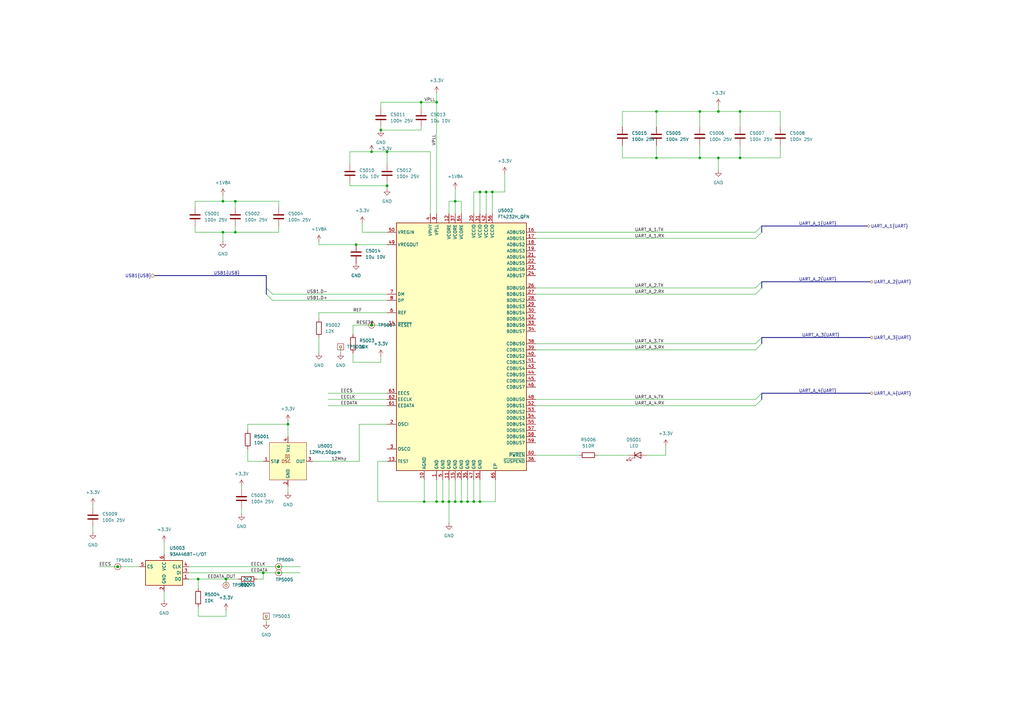
<source format=kicad_sch>
(kicad_sch (version 20231120) (generator "eeschema") (generator_version "8.0")
  (paper "A3")
  (lib_symbols
    (symbol "Device:LED" (pin_numbers hide) (pin_names (offset 1.016) hide)
      (property "Reference" "D" (at 0 2.54 0))
      (property "Value" "LED" (at 0 -2.54 0))
      (symbol "LED_0_1"
        (polyline (pts (xy -1.27 -1.27) (xy -1.27 1.27)) (stroke (width 0.254)))
        (polyline (pts (xy -1.27 0) (xy 1.27 0)))
        (polyline (pts (xy 1.27 -1.27) (xy 1.27 1.27) (xy -1.27 0) (xy 1.27 -1.27)) (stroke (width 0.254)))
        (polyline (pts (xy -3.048 -0.762) (xy -4.572 -2.286) (xy -3.81 -2.286) (xy -4.572 -2.286) (xy -4.572 -1.524)))
        (polyline (pts (xy -1.778 -0.762) (xy -3.302 -2.286) (xy -2.54 -2.286) (xy -3.302 -2.286) (xy -3.302 -1.524)))
      )
      (symbol "LED_1_1"
        (pin passive line (at -3.81 0 0) (length 2.54) (name "K") (number "1"))
        (pin passive line (at 3.81 0 180) (length 2.54) (name "A") (number "2"))
      )
    )
    (symbol "bt_capacitor:C;M;100n;10p;25V;S;0603" (pin_numbers hide) (pin_names (offset 0.254))
      (property "Reference" "C" (at 0.635 2.54 0))
      (property "Value" "100n 25V" (at 4.635 -2.54 0))
      (symbol "C;M;100n;10p;25V;S;0603_0_1"
        (polyline (pts (xy -2.032 -0.762) (xy 2.032 -0.762)) (stroke (width 0.508)))
        (polyline (pts (xy -2.032 0.762) (xy 2.032 0.762)) (stroke (width 0.508)))
      )
      (symbol "C;M;100n;10p;25V;S;0603_1_1"
        (pin passive line (at 0 3.81 270) (length 2.794) (name "~") (number "1"))
        (pin passive line (at 0 -3.81 90) (length 2.794) (name "~") (number "2"))
      )
    )
    (symbol "bt_capacitor:C;M;10u;10p;10V;S;0603" (pin_numbers hide) (pin_names (offset 0.254))
      (property "Reference" "C" (at 0.635 2.54 0))
      (property "Value" "10u 10V" (at 4.635 -2.54 0))
      (symbol "C;M;10u;10p;10V;S;0603_0_1"
        (polyline (pts (xy -2.032 -0.762) (xy 2.032 -0.762)) (stroke (width 0.508)))
        (polyline (pts (xy -2.032 0.762) (xy 2.032 0.762)) (stroke (width 0.508)))
      )
      (symbol "C;M;10u;10p;10V;S;0603_1_1"
        (pin passive line (at 0 3.81 270) (length 2.794) (name "~") (number "1"))
        (pin passive line (at 0 -3.81 90) (length 2.794) (name "~") (number "2"))
      )
    )
    (symbol "bt_communication:FT4232H_QFN"
      (property "Reference" "U" (at -26.67 53.34 0))
      (property "Value" "FT4232H_QFN" (at 19.05 53.34 0))
      (symbol "FT4232H_QFN_0_1"
        (rectangle (start -26.67 -49.53) (end 26.67 52.07) (stroke (width 0.254)) (fill (type background)))
      )
      (symbol "FT4232H_QFN_1_1"
        (pin power_in line (at -10.16 -53.34 90) (length 3.81) (name "GND") (number "1"))
        (pin power_in line (at -15.24 -53.34 90) (length 3.81) (name "AGND") (number "10"))
        (pin power_in line (at -5.08 -53.34 90) (length 3.81) (name "GND") (number "11"))
        (pin power_in line (at -5.08 55.88 270) (length 3.81) (name "VCORE") (number "12"))
        (pin input line (at -30.48 -45.72 0) (length 3.81) (name "TEST") (number "13"))
        (pin input line (at -30.48 10.16 0) (length 3.81) (name "~{RESET}") (number "14"))
        (pin power_in line (at -2.54 -53.34 90) (length 3.81) (name "GND") (number "15"))
        (pin bidirectional line (at 30.48 48.26 180) (length 3.81) (name "ADBUS0") (number "16"))
        (pin bidirectional line (at 30.48 45.72 180) (length 3.81) (name "ADBUS1") (number "17"))
        (pin bidirectional line (at 30.48 43.18 180) (length 3.81) (name "ADBUS2") (number "18"))
        (pin bidirectional line (at 30.48 40.64 180) (length 3.81) (name "ADBUS3") (number "19"))
        (pin input line (at -30.48 -30.48 0) (length 3.81) (name "OSCI") (number "2"))
        (pin power_in line (at 5.08 55.88 270) (length 3.81) (name "VCCIO") (number "20"))
        (pin bidirectional line (at 30.48 38.1 180) (length 3.81) (name "ADBUS4") (number "21"))
        (pin bidirectional line (at 30.48 35.56 180) (length 3.81) (name "ADBUS5") (number "22"))
        (pin bidirectional line (at 30.48 33.02 180) (length 3.81) (name "ADBUS6") (number "23"))
        (pin bidirectional line (at 30.48 30.48 180) (length 3.81) (name "ADBUS7") (number "24"))
        (pin power_in line (at 0 -53.34 90) (length 3.81) (name "GND") (number "25"))
        (pin bidirectional line (at 30.48 25.4 180) (length 3.81) (name "BDBUS0") (number "26"))
        (pin bidirectional line (at 30.48 22.86 180) (length 3.81) (name "BDBUS1") (number "27"))
        (pin bidirectional line (at 30.48 20.32 180) (length 3.81) (name "BDBUS2") (number "28"))
        (pin bidirectional line (at 30.48 17.78 180) (length 3.81) (name "BDBUS3") (number "29"))
        (pin output line (at -30.48 -40.64 0) (length 3.81) (name "OSCO") (number "3"))
        (pin bidirectional line (at 30.48 15.24 180) (length 3.81) (name "BDBUS4") (number "30"))
        (pin power_in line (at 7.62 55.88 270) (length 3.81) (name "VCCIO") (number "31"))
        (pin bidirectional line (at 30.48 12.7 180) (length 3.81) (name "BDBUS5") (number "32"))
        (pin bidirectional line (at 30.48 10.16 180) (length 3.81) (name "BDBUS6") (number "33"))
        (pin bidirectional line (at 30.48 7.62 180) (length 3.81) (name "BDBUS7") (number "34"))
        (pin power_in line (at 2.54 -53.34 90) (length 3.81) (name "GND") (number "35"))
        (pin output line (at 30.48 -45.72 180) (length 3.81) (name "~{SUSPEND}") (number "36"))
        (pin power_in line (at -2.54 55.88 270) (length 3.81) (name "VCORE") (number "37"))
        (pin bidirectional line (at 30.48 2.54 180) (length 3.81) (name "CDBUS0") (number "38"))
        (pin bidirectional line (at 30.48 0 180) (length 3.81) (name "CDBUS1") (number "39"))
        (pin power_in line (at -12.7 55.88 270) (length 3.81) (name "VPHY") (number "4"))
        (pin bidirectional line (at 30.48 -2.54 180) (length 3.81) (name "CDBUS2") (number "40"))
        (pin bidirectional line (at 30.48 -5.08 180) (length 3.81) (name "CDBUS3") (number "41"))
        (pin power_in line (at 10.16 55.88 270) (length 3.81) (name "VCCIO") (number "42"))
        (pin bidirectional line (at 30.48 -7.62 180) (length 3.81) (name "CDBUS4") (number "43"))
        (pin bidirectional line (at 30.48 -10.16 180) (length 3.81) (name "CDBUS5") (number "44"))
        (pin bidirectional line (at 30.48 -12.7 180) (length 3.81) (name "CDBUS6") (number "45"))
        (pin bidirectional line (at 30.48 -15.24 180) (length 3.81) (name "CDBUS7") (number "46"))
        (pin power_in line (at 5.08 -53.34 90) (length 3.81) (name "GND") (number "47"))
        (pin bidirectional line (at 30.48 -20.32 180) (length 3.81) (name "DDBUS0") (number "48"))
        (pin power_out line (at -30.48 43.18 0) (length 3.81) (name "VREGOUT") (number "49"))
        (pin power_in line (at -7.62 -53.34 90) (length 3.81) (name "GND") (number "5"))
        (pin power_in line (at -30.48 48.26 0) (length 3.81) (name "VREGIN") (number "50"))
        (pin power_in line (at 7.62 -53.34 90) (length 3.81) (name "GND") (number "51"))
        (pin bidirectional line (at 30.48 -22.86 180) (length 3.81) (name "DDBUS1") (number "52"))
        (pin bidirectional line (at 30.48 -25.4 180) (length 3.81) (name "DDBUS2") (number "53"))
        (pin bidirectional line (at 30.48 -27.94 180) (length 3.81) (name "DDBUS3") (number "54"))
        (pin bidirectional line (at 30.48 -30.48 180) (length 3.81) (name "DDBUS4") (number "55"))
        (pin power_in line (at 12.7 55.88 270) (length 3.81) (name "VCCIO") (number "56"))
        (pin bidirectional line (at 30.48 -33.02 180) (length 3.81) (name "DDBUS5") (number "57"))
        (pin bidirectional line (at 30.48 -35.56 180) (length 3.81) (name "DDBUS6") (number "58"))
        (pin bidirectional line (at 30.48 -38.1 180) (length 3.81) (name "DDBUS7") (number "59"))
        (pin input line (at -30.48 15.24 0) (length 3.81) (name "REF") (number "6"))
        (pin output line (at 30.48 -43.18 180) (length 3.81) (name "~{PWREN}") (number "60"))
        (pin bidirectional line (at -30.48 -22.86 0) (length 3.81) (name "EEDATA") (number "61"))
        (pin output line (at -30.48 -20.32 0) (length 3.81) (name "EECLK") (number "62"))
        (pin output line (at -30.48 -17.78 0) (length 3.81) (name "EECS") (number "63"))
        (pin power_in line (at 0 55.88 270) (length 3.81) (name "VCORE") (number "64"))
        (pin power_in line (at 13.97 -53.34 90) (length 3.81) (name "EP") (number "65"))
        (pin bidirectional line (at -30.48 22.86 0) (length 3.81) (name "DM") (number "7"))
        (pin bidirectional line (at -30.48 20.32 0) (length 3.81) (name "DP") (number "8"))
        (pin power_in line (at -10.16 55.88 270) (length 3.81) (name "VPLL") (number "9"))
      )
    )
    (symbol "bt_memory:93AA46BT-I/OT"
      (property "Reference" "U" (at -6.35 6.35 0))
      (property "Value" "93AA46BT-I/OT" (at 7.62 -6.35 0))
      (symbol "93AA46BT-I/OT_0_1"
        (rectangle (start -7.62 5.08) (end 7.62 -5.08) (stroke (width 0.254)) (fill (type background)))
      )
      (symbol "93AA46BT-I/OT_1_1"
        (pin tri_state line (at 10.16 -2.54 180) (length 2.54) (name "DO") (number "1"))
        (pin power_in line (at 0 -7.62 90) (length 2.54) (name "GND") (number "2"))
        (pin input line (at 10.16 0 180) (length 2.54) (name "DI") (number "3"))
        (pin input line (at 10.16 2.54 180) (length 2.54) (name "CLK") (number "4"))
        (pin input line (at -10.16 2.54 0) (length 2.54) (name "CS") (number "5"))
        (pin power_in line (at 0 7.62 270) (length 2.54) (name "VCC") (number "6"))
      )
    )
    (symbol "bt_misc:TestPoint_SQU" (pin_numbers hide) (pin_names (offset 0.762) hide)
      (property "Reference" "TP" (at 0 3.81 0))
      (symbol "TestPoint_SQU_0_1"
        (rectangle (start -1.27 1.27) (end 1.27 -1.27))
        (circle (center 0 0) (radius 0.508) (fill (type background)))
      )
      (symbol "TestPoint_SQU_1_1"
        (pin passive line (at 0 0 90) (length 0) (name "1") (number "1"))
      )
    )
    (symbol "bt_misc:TestPoint_THD" (pin_numbers hide) (pin_names (offset 0.762) hide)
      (property "Reference" "TP" (at 0 3.81 0))
      (symbol "TestPoint_THD_0_1"
        (circle (center 0 0) (radius 0.508) (fill (type background)))
        (circle (center 0 0) (radius 1.27))
      )
      (symbol "TestPoint_THD_1_1"
        (pin passive line (at 0 0 90) (length 0) (name "1") (number "1"))
      )
    )
    (symbol "bt_oscillator:OSC;12Mhz;50ppm;3v3;SG3225CAN"
      (property "Reference" "U" (at 0.762 1.27 0))
      (property "Value" "12Mhz,50ppm" (at 14.986 1.27 0))
      (symbol "OSC;12Mhz;50ppm;3v3;SG3225CAN_0_0"
        (pin input line (at -2.54 -7.62 0) (length 2.54) (name "ST#") (number "1"))
      )
      (symbol "OSC;12Mhz;50ppm;3v3;SG3225CAN_0_1"
        (polyline (pts (xy 6.35 -6.35) (xy 6.604 -6.35) (xy 6.604 -4.826) (xy 7.112 -4.826) (xy 7.112 -6.35) (xy 7.62 -6.35) (xy 7.62 -4.826) (xy 8.128 -4.826) (xy 8.128 -6.35) (xy 8.382 -6.35)))
        (rectangle (start 0 0) (end 15.24 -15.24) (fill (type background)))
      )
      (symbol "OSC;12Mhz;50ppm;3v3;SG3225CAN_1_0"
        (pin input line (at 7.62 -17.78 90) (length 2.54) (name "GND") (number "2"))
        (pin output line (at 17.78 -7.62 180) (length 2.54) (name "OUT") (number "3"))
        (pin power_in line (at 7.62 2.54 270) (length 2.54) (name "Vcc") (number "4"))
      )
      (symbol "OSC;12Mhz;50ppm;3v3;SG3225CAN_1_1"
        (text "OSC" (at 6.858 -7.62 0) (effects (font (size 1.27 1.27))))
      )
    )
    (symbol "bt_resistors:R;G;10K;10P0;S;0603" (pin_numbers hide) (pin_names (offset 0))
      (property "Reference" "R" (at 2.032 0 90))
      (property "Value" "10K" (at 0 0 90))
      (symbol "R;G;10K;10P0;S;0603_0_1"
        (rectangle (start -1.016 -2.54) (end 1.016 2.54) (stroke (width 0.254)))
      )
      (symbol "R;G;10K;10P0;S;0603_1_1"
        (pin passive line (at 0 3.81 270) (length 1.27) (name "~") (number "1"))
        (pin passive line (at 0 -3.81 90) (length 1.27) (name "~") (number "2"))
      )
    )
    (symbol "bt_resistors:R;G;12K;10P0;S;0603" (pin_numbers hide) (pin_names (offset 0))
      (property "Reference" "R" (at 2.032 0 90))
      (property "Value" "12K" (at 0 0 90))
      (symbol "R;G;12K;10P0;S;0603_0_1"
        (rectangle (start -1.016 -2.54) (end 1.016 2.54) (stroke (width 0.254)))
      )
      (symbol "R;G;12K;10P0;S;0603_1_1"
        (pin passive line (at 0 3.81 270) (length 1.27) (name "~") (number "1"))
        (pin passive line (at 0 -3.81 90) (length 1.27) (name "~") (number "2"))
      )
    )
    (symbol "bt_resistors:R;G;2K2;10P0;S;0603" (pin_numbers hide) (pin_names (offset 0))
      (property "Reference" "R" (at 2.032 0 90))
      (property "Value" "2K2" (at 0 0 90))
      (symbol "R;G;2K2;10P0;S;0603_0_1"
        (rectangle (start -1.016 -2.54) (end 1.016 2.54) (stroke (width 0.254)))
      )
      (symbol "R;G;2K2;10P0;S;0603_1_1"
        (pin passive line (at 0 3.81 270) (length 1.27) (name "~") (number "1"))
        (pin passive line (at 0 -3.81 90) (length 1.27) (name "~") (number "2"))
      )
    )
    (symbol "bt_resistors:R;G;510R;10P0;S;0603" (pin_numbers hide) (pin_names (offset 0))
      (property "Reference" "R" (at 2.032 0 90))
      (property "Value" "510R" (at 0 0 90))
      (symbol "R;G;510R;10P0;S;0603_0_1"
        (rectangle (start -1.016 -2.54) (end 1.016 2.54) (stroke (width 0.254)))
      )
      (symbol "R;G;510R;10P0;S;0603_1_1"
        (pin passive line (at 0 3.81 270) (length 1.27) (name "~") (number "1"))
        (pin passive line (at 0 -3.81 90) (length 1.27) (name "~") (number "2"))
      )
    )
    (symbol "power:+1V8" (power) (pin_numbers hide) (pin_names (offset 0) hide)
      (property "Value" "+1V8" (at 0 3.556 0))
      (symbol "+1V8_0_1"
        (polyline (pts (xy -0.762 1.27) (xy 0 2.54)))
        (polyline (pts (xy 0 0) (xy 0 2.54)))
        (polyline (pts (xy 0 2.54) (xy 0.762 1.27)))
      )
      (symbol "+1V8_1_1"
        (pin power_in line (at 0 0 90) (length 0) (name "~") (number "1"))
      )
    )
    (symbol "power:+3.3V" (power) (pin_numbers hide) (pin_names (offset 0) hide)
      (property "Value" "+3.3V" (at 0 3.556 0))
      (symbol "+3.3V_0_1"
        (polyline (pts (xy -0.762 1.27) (xy 0 2.54)))
        (polyline (pts (xy 0 0) (xy 0 2.54)))
        (polyline (pts (xy 0 2.54) (xy 0.762 1.27)))
      )
      (symbol "+3.3V_1_1"
        (pin power_in line (at 0 0 90) (length 0) (name "~") (number "1"))
      )
    )
    (symbol "power:GND" (power) (pin_numbers hide) (pin_names (offset 0) hide)
      (property "Value" "GND" (at 0 -3.81 0))
      (symbol "GND_0_1"
        (polyline (pts (xy 0 0) (xy 0 -1.27) (xy 1.27 -1.27) (xy 0 -2.54) (xy -1.27 -1.27) (xy 0 -1.27)))
      )
      (symbol "GND_1_1"
        (pin power_in line (at 0 0 270) (length 0) (name "~") (number "1"))
      )
    )
  )
  (bus_alias "UART" (members "RX" "TX"))
  (junction (at 156.21 53.34))
  (junction (at 294.64 64.77))
  (junction (at 191.77 205.74))
  (junction (at 91.44 95.25))
  (junction (at 152.4 133.35))
  (junction (at 179.07 205.74))
  (junction (at 146.05 100.33))
  (junction (at 194.31 205.74))
  (junction (at 196.85 205.74))
  (junction (at 96.52 82.55))
  (junction (at 189.23 205.74))
  (junction (at 303.53 64.77))
  (junction (at 186.69 205.74))
  (junction (at 107.95 234.95))
  (junction (at 184.15 205.74))
  (junction (at 158.75 76.2))
  (junction (at 158.75 62.23))
  (junction (at 294.64 45.72))
  (junction (at 201.93 78.74))
  (junction (at 269.24 45.72))
  (junction (at 92.71 237.49))
  (junction (at 287.02 64.77))
  (junction (at 303.53 45.72))
  (junction (at 173.99 205.74))
  (junction (at 118.11 173.99))
  (junction (at 114.3 232.41))
  (junction (at 91.44 82.55))
  (junction (at 196.85 78.74))
  (junction (at 186.69 82.55))
  (junction (at 152.4 62.23))
  (junction (at 179.07 41.91))
  (junction (at 269.24 64.77))
  (junction (at 114.3 234.95))
  (junction (at 287.02 45.72))
  (junction (at 199.39 78.74))
  (junction (at 96.52 95.25))
  (junction (at 48.26 232.41))
  (junction (at 81.28 237.49))
  (junction (at 181.61 205.74))
  (junction (at 172.72 41.91))
  (bus_entry (at 312.42 163.83) (size -2.54 2.54))
  (bus_entry (at 312.42 118.11) (size -2.54 2.54))
  (bus_entry (at 312.42 95.25) (size -2.54 2.54))
  (bus_entry (at 109.22 120.65) (size 2.54 2.54))
  (bus_entry (at 312.42 92.71) (size -2.54 2.54))
  (bus_entry (at 109.22 118.11) (size 2.54 2.54))
  (bus_entry (at 312.42 140.97) (size -2.54 2.54))
  (bus_entry (at 312.42 161.29) (size -2.54 2.54))
  (bus_entry (at 312.42 138.43) (size -2.54 2.54))
  (bus_entry (at 312.42 115.57) (size -2.54 2.54))
  (wire (pts (xy 287.02 45.72) (xy 269.24 45.72)))
  (wire (pts (xy 176.53 87.63) (xy 176.53 62.23)))
  (wire (pts (xy 196.85 78.74) (xy 199.39 78.74)))
  (wire (pts (xy 186.69 82.55) (xy 186.69 87.63)))
  (wire (pts (xy 196.85 78.74) (xy 196.85 87.63)))
  (wire (pts (xy 269.24 52.07) (xy 269.24 45.72)))
  (wire (pts (xy 92.71 237.49) (xy 92.71 240.03)))
  (wire (pts (xy 287.02 64.77) (xy 269.24 64.77)))
  (wire (pts (xy 81.28 252.73) (xy 92.71 252.73)))
  (bus (pts (xy 312.42 118.11) (xy 312.42 115.57)))
  (wire (pts (xy 101.6 176.53) (xy 101.6 173.99)))
  (wire (pts (xy 219.71 95.25) (xy 309.88 95.25)))
  (wire (pts (xy 111.76 123.19) (xy 158.75 123.19)))
  (wire (pts (xy 139.7 142.24) (xy 139.7 144.78)))
  (bus (pts (xy 312.42 138.43) (xy 356.87 138.43)))
  (wire (pts (xy 81.28 237.49) (xy 92.71 237.49)))
  (wire (pts (xy 172.72 41.91) (xy 172.72 44.45)))
  (wire (pts (xy 114.3 232.41) (xy 123.19 232.41)))
  (wire (pts (xy 114.3 82.55) (xy 114.3 85.09)))
  (wire (pts (xy 156.21 41.91) (xy 172.72 41.91)))
  (wire (pts (xy 144.78 133.35) (xy 144.78 137.16)))
  (wire (pts (xy 134.62 161.29) (xy 158.75 161.29)))
  (wire (pts (xy 303.53 45.72) (xy 303.53 52.07)))
  (wire (pts (xy 96.52 92.71) (xy 96.52 95.25)))
  (wire (pts (xy 179.07 205.74) (xy 181.61 205.74)))
  (wire (pts (xy 237.49 186.69) (xy 219.71 186.69)))
  (wire (pts (xy 114.3 234.95) (xy 123.19 234.95)))
  (wire (pts (xy 257.81 186.69) (xy 245.11 186.69)))
  (wire (pts (xy 101.6 189.23) (xy 101.6 184.15)))
  (wire (pts (xy 91.44 80.01) (xy 91.44 82.55)))
  (wire (pts (xy 273.05 186.69) (xy 265.43 186.69)))
  (wire (pts (xy 148.59 95.25) (xy 148.59 91.44)))
  (wire (pts (xy 294.64 64.77) (xy 294.64 69.85)))
  (wire (pts (xy 173.99 196.85) (xy 173.99 205.74)))
  (wire (pts (xy 156.21 53.34) (xy 156.21 52.07)))
  (bus (pts (xy 109.22 118.11) (xy 109.22 120.65)))
  (wire (pts (xy 194.31 196.85) (xy 194.31 205.74)))
  (wire (pts (xy 92.71 252.73) (xy 92.71 250.19)))
  (wire (pts (xy 287.02 59.69) (xy 287.02 64.77)))
  (wire (pts (xy 179.07 38.1) (xy 179.07 41.91)))
  (wire (pts (xy 158.75 76.2) (xy 143.51 76.2)))
  (wire (pts (xy 144.78 148.59) (xy 156.21 148.59)))
  (wire (pts (xy 158.75 95.25) (xy 148.59 95.25)))
  (wire (pts (xy 186.69 196.85) (xy 186.69 205.74)))
  (wire (pts (xy 118.11 199.39) (xy 118.11 201.93)))
  (wire (pts (xy 203.2 196.85) (xy 203.2 205.74)))
  (wire (pts (xy 303.53 45.72) (xy 320.04 45.72)))
  (wire (pts (xy 38.1 215.9) (xy 38.1 218.44)))
  (wire (pts (xy 219.71 143.51) (xy 309.88 143.51)))
  (wire (pts (xy 130.81 100.33) (xy 130.81 99.06)))
  (wire (pts (xy 158.75 100.33) (xy 146.05 100.33)))
  (wire (pts (xy 184.15 196.85) (xy 184.15 205.74)))
  (wire (pts (xy 173.99 205.74) (xy 154.94 205.74)))
  (wire (pts (xy 92.71 237.49) (xy 97.79 237.49)))
  (wire (pts (xy 38.1 207.01) (xy 38.1 208.28)))
  (wire (pts (xy 189.23 196.85) (xy 189.23 205.74)))
  (wire (pts (xy 144.78 144.78) (xy 144.78 148.59)))
  (wire (pts (xy 156.21 44.45) (xy 156.21 41.91)))
  (bus (pts (xy 312.42 115.57) (xy 356.87 115.57)))
  (wire (pts (xy 80.01 95.25) (xy 91.44 95.25)))
  (bus (pts (xy 312.42 163.83) (xy 312.42 161.29)))
  (wire (pts (xy 194.31 205.74) (xy 196.85 205.74)))
  (wire (pts (xy 219.71 140.97) (xy 309.88 140.97)))
  (wire (pts (xy 199.39 78.74) (xy 201.93 78.74)))
  (wire (pts (xy 77.47 234.95) (xy 107.95 234.95)))
  (wire (pts (xy 219.71 118.11) (xy 309.88 118.11)))
  (wire (pts (xy 152.4 133.35) (xy 144.78 133.35)))
  (bus (pts (xy 312.42 95.25) (xy 312.42 92.71)))
  (wire (pts (xy 179.07 41.91) (xy 179.07 87.63)))
  (wire (pts (xy 96.52 82.55) (xy 114.3 82.55)))
  (wire (pts (xy 320.04 59.69) (xy 320.04 64.77)))
  (wire (pts (xy 80.01 82.55) (xy 80.01 85.09)))
  (wire (pts (xy 255.27 59.69) (xy 255.27 64.77)))
  (wire (pts (xy 194.31 87.63) (xy 194.31 78.74)))
  (wire (pts (xy 114.3 95.25) (xy 114.3 92.71)))
  (wire (pts (xy 255.27 64.77) (xy 269.24 64.77)))
  (bus (pts (xy 312.42 161.29) (xy 356.87 161.29)))
  (wire (pts (xy 109.22 252.73) (xy 109.22 255.27)))
  (wire (pts (xy 269.24 64.77) (xy 269.24 59.69)))
  (wire (pts (xy 96.52 95.25) (xy 114.3 95.25)))
  (wire (pts (xy 186.69 77.47) (xy 186.69 82.55)))
  (wire (pts (xy 101.6 173.99) (xy 118.11 173.99)))
  (wire (pts (xy 303.53 59.69) (xy 303.53 64.77)))
  (wire (pts (xy 189.23 205.74) (xy 191.77 205.74)))
  (wire (pts (xy 186.69 82.55) (xy 184.15 82.55)))
  (wire (pts (xy 107.95 234.95) (xy 114.3 234.95)))
  (wire (pts (xy 107.95 237.49) (xy 107.95 234.95)))
  (wire (pts (xy 154.94 189.23) (xy 158.75 189.23)))
  (wire (pts (xy 184.15 82.55) (xy 184.15 87.63)))
  (wire (pts (xy 67.31 242.57) (xy 67.31 246.38)))
  (wire (pts (xy 134.62 166.37) (xy 158.75 166.37)))
  (wire (pts (xy 80.01 92.71) (xy 80.01 95.25)))
  (wire (pts (xy 158.75 133.35) (xy 152.4 133.35)))
  (wire (pts (xy 219.71 97.79) (xy 309.88 97.79)))
  (wire (pts (xy 154.94 205.74) (xy 154.94 189.23)))
  (wire (pts (xy 99.06 208.28) (xy 99.06 210.82)))
  (bus (pts (xy 312.42 92.71) (xy 355.6 92.71)))
  (bus (pts (xy 109.22 113.03) (xy 109.22 118.11)))
  (wire (pts (xy 118.11 172.72) (xy 118.11 173.99)))
  (wire (pts (xy 181.61 196.85) (xy 181.61 205.74)))
  (wire (pts (xy 77.47 232.41) (xy 114.3 232.41)))
  (wire (pts (xy 130.81 128.27) (xy 130.81 130.81)))
  (wire (pts (xy 201.93 78.74) (xy 207.01 78.74)))
  (wire (pts (xy 189.23 82.55) (xy 186.69 82.55)))
  (wire (pts (xy 158.75 76.2) (xy 158.75 77.47)))
  (wire (pts (xy 196.85 205.74) (xy 196.85 196.85)))
  (wire (pts (xy 81.28 248.92) (xy 81.28 252.73)))
  (wire (pts (xy 91.44 95.25) (xy 91.44 99.06)))
  (wire (pts (xy 91.44 82.55) (xy 80.01 82.55)))
  (wire (pts (xy 48.26 232.41) (xy 57.15 232.41)))
  (wire (pts (xy 99.06 199.39) (xy 99.06 200.66)))
  (wire (pts (xy 219.71 120.65) (xy 309.88 120.65)))
  (wire (pts (xy 287.02 64.77) (xy 294.64 64.77)))
  (wire (pts (xy 143.51 67.31) (xy 143.51 62.23)))
  (wire (pts (xy 189.23 87.63) (xy 189.23 82.55)))
  (wire (pts (xy 147.32 173.99) (xy 147.32 189.23)))
  (wire (pts (xy 191.77 196.85) (xy 191.77 205.74)))
  (wire (pts (xy 156.21 148.59) (xy 156.21 146.05)))
  (wire (pts (xy 96.52 82.55) (xy 96.52 85.09)))
  (wire (pts (xy 179.07 196.85) (xy 179.07 205.74)))
  (wire (pts (xy 294.64 43.18) (xy 294.64 45.72)))
  (wire (pts (xy 320.04 45.72) (xy 320.04 52.07)))
  (wire (pts (xy 156.21 53.34) (xy 172.72 53.34)))
  (wire (pts (xy 67.31 222.25) (xy 67.31 227.33)))
  (wire (pts (xy 194.31 78.74) (xy 196.85 78.74)))
  (wire (pts (xy 118.11 173.99) (xy 118.11 179.07)))
  (wire (pts (xy 273.05 182.88) (xy 273.05 186.69)))
  (wire (pts (xy 287.02 45.72) (xy 287.02 52.07)))
  (wire (pts (xy 146.05 100.33) (xy 130.81 100.33)))
  (wire (pts (xy 158.75 74.93) (xy 158.75 76.2)))
  (wire (pts (xy 143.51 62.23) (xy 152.4 62.23)))
  (wire (pts (xy 219.71 163.83) (xy 309.88 163.83)))
  (wire (pts (xy 184.15 205.74) (xy 186.69 205.74)))
  (wire (pts (xy 147.32 173.99) (xy 158.75 173.99)))
  (wire (pts (xy 294.64 45.72) (xy 303.53 45.72)))
  (wire (pts (xy 287.02 45.72) (xy 294.64 45.72)))
  (wire (pts (xy 199.39 78.74) (xy 199.39 87.63)))
  (wire (pts (xy 201.93 78.74) (xy 201.93 87.63)))
  (wire (pts (xy 91.44 95.25) (xy 96.52 95.25)))
  (wire (pts (xy 152.4 62.23) (xy 158.75 62.23)))
  (wire (pts (xy 269.24 45.72) (xy 255.27 45.72)))
  (wire (pts (xy 196.85 205.74) (xy 203.2 205.74)))
  (wire (pts (xy 134.62 163.83) (xy 158.75 163.83)))
  (wire (pts (xy 172.72 41.91) (xy 179.07 41.91)))
  (wire (pts (xy 186.69 205.74) (xy 189.23 205.74)))
  (wire (pts (xy 107.95 189.23) (xy 101.6 189.23)))
  (wire (pts (xy 207.01 71.12) (xy 207.01 78.74)))
  (wire (pts (xy 173.99 205.74) (xy 179.07 205.74)))
  (wire (pts (xy 158.75 62.23) (xy 176.53 62.23)))
  (bus (pts (xy 63.5 113.03) (xy 109.22 113.03)))
  (wire (pts (xy 130.81 138.43) (xy 130.81 144.78)))
  (wire (pts (xy 320.04 64.77) (xy 303.53 64.77)))
  (bus (pts (xy 312.42 140.97) (xy 312.42 138.43)))
  (wire (pts (xy 184.15 205.74) (xy 184.15 214.63)))
  (wire (pts (xy 91.44 82.55) (xy 96.52 82.55)))
  (wire (pts (xy 143.51 76.2) (xy 143.51 74.93)))
  (wire (pts (xy 172.72 52.07) (xy 172.72 53.34)))
  (wire (pts (xy 294.64 64.77) (xy 303.53 64.77)))
  (wire (pts (xy 81.28 237.49) (xy 77.47 237.49)))
  (wire (pts (xy 219.71 166.37) (xy 309.88 166.37)))
  (wire (pts (xy 128.27 189.23) (xy 147.32 189.23)))
  (wire (pts (xy 111.76 120.65) (xy 158.75 120.65)))
  (wire (pts (xy 105.41 237.49) (xy 107.95 237.49)))
  (wire (pts (xy 158.75 128.27) (xy 130.81 128.27)))
  (wire (pts (xy 191.77 205.74) (xy 194.31 205.74)))
  (wire (pts (xy 158.75 62.23) (xy 158.75 67.31)))
  (wire (pts (xy 81.28 237.49) (xy 81.28 241.3)))
  (wire (pts (xy 40.64 232.41) (xy 48.26 232.41)))
  (wire (pts (xy 255.27 45.72) (xy 255.27 52.07)))
  (wire (pts (xy 181.61 205.74) (xy 184.15 205.74)))
  (label "USB1.D-" (at 125.73 120.65 0))
  (label "USB1.D+" (at 125.73 123.19 0))
  (label "EEDATA" (at 139.7 166.37 0))
  (label "VPLL" (at 179.07 59.69 90))
  (label "VPLL" (at 173.99 41.91 0))
  (label "UART_A_1{UART}" (at 327.66 92.71 0))
  (label "RESET#" (at 146.05 133.35 0))
  (label "UART_A_3{UART}" (at 328.93 138.43 0))
  (label "UART_A_3.TX" (at 260.35 140.97 0))
  (label "UART_A_4.TX" (at 260.35 163.83 0))
  (label "UART_A_2.RX" (at 260.35 120.65 0))
  (label "12Mhz" (at 135.89 189.23 0))
  (label "EECLK" (at 102.87 232.41 0))
  (label "UART_A_3.RX" (at 260.35 143.51 0))
  (label "UART_A_1.TX" (at 260.35 95.25 0))
  (label "EECS" (at 40.64 232.41 0))
  (label "EEDATA_OUT" (at 85.09 237.49 0))
  (label "UART_A_1.RX" (at 260.35 97.79 0))
  (label "UART_A_2{UART}" (at 327.66 115.57 0))
  (label "EECLK" (at 139.7 163.83 0))
  (label "UART_A_4{UART}" (at 327.66 161.29 0))
  (label "UART_A_2.TX" (at 260.35 118.11 0))
  (label "USB1{USB}" (at 87.63 113.03 0))
  (label "EECS" (at 139.7 161.29 0))
  (label "EEDATA" (at 102.87 234.95 0))
  (label "REF" (at 144.78 128.27 0))
  (label "UART_A_4.RX" (at 260.35 166.37 0))
  (hierarchical_label "UART_A_3{UART}" (shape bidirectional) (at 356.87 138.43 0))
  (hierarchical_label "UART_A_4{UART}" (shape bidirectional) (at 356.87 161.29 0))
  (hierarchical_label "UART_A_2{UART}" (shape bidirectional) (at 356.87 115.57 0))
  (hierarchical_label "USB1{USB}" (shape input) (at 63.5 113.03 180))
  (hierarchical_label "UART_A_1{UART}" (shape bidirectional) (at 355.6 92.71 0))
  (symbol (lib_id "power:GND") (at 130.81 144.78 0) (unit 1)
    (property "Reference" "#PWR05014" (effects (hide yes)))
    (property "Value" "GND" (at 130.81 149.86 0))
    (property "Description" "Power symbol creates a global label with name \"GND\" , ground" (effects (hide yes)))
  )
  (symbol (lib_id "bt_capacitor:C;M;100n;10p;25V;S;0603") (at 99.06 204.47 0) (unit 1)
    (property "Reference" "C5003" (at 102.87 203.1999 0) (effects (justify left)))
    (property "Value" "100n 25V" (at 102.87 205.7399 0) (effects (justify left)))
    (property "Footprint" "Capacitor_SMD:C_0603_1608Metric" (effects (hide yes)))
    (property "Description" "Capacitor" (effects (hide yes)))
    (property "MPN" "C;C;T1;S;P0603;NA" (effects (hide yes)))
    (property "CPN" "BT00008-090680" (effects (hide yes)))
  )
  (symbol (lib_id "bt_capacitor:C;M;100n;10p;25V;S;0603") (at 269.24 55.88 0) (unit 1)
    (property "Reference" "C5005" (at 273.05 54.6099 0) (effects (justify left)))
    (property "Value" "100n 25V" (at 273.05 57.1499 0) (effects (justify left)))
    (property "Footprint" "Capacitor_SMD:C_0603_1608Metric" (effects (hide yes)))
    (property "Description" "Capacitor" (effects (hide yes)))
    (property "MPN" "C;C;T1;S;P0603;NA" (effects (hide yes)))
    (property "CPN" "BT00008-090680" (effects (hide yes)))
  )
  (symbol (lib_id "bt_resistors:R;G;10K;10P0;S;0603") (at 101.6 180.34 0) (unit 1)
    (property "Reference" "R5001" (at 104.14 179.0699 0) (effects (justify left)))
    (property "Value" "10K" (at 104.14 181.6099 0) (effects (justify left)))
    (property "Footprint" "Resistor_SMD:R_0603_1608Metric" (effects (hide yes)))
    (property "Description" "Resistor" (effects (hide yes)))
    (property "MPN" "R;G;T1;S;P0603;NA" (effects (hide yes)))
    (property "CPN" "BT00002-30100" (effects (hide yes)))
  )
  (symbol (lib_id "bt_capacitor:C;M;100n;10p;25V;S;0603") (at 303.53 55.88 0) (unit 1)
    (property "Reference" "C5007" (at 307.34 54.6099 0) (effects (justify left)))
    (property "Value" "100n 25V" (at 307.34 57.1499 0) (effects (justify left)))
    (property "Footprint" "Capacitor_SMD:C_0603_1608Metric" (effects (hide yes)))
    (property "Description" "Capacitor" (effects (hide yes)))
    (property "MPN" "C;C;T1;S;P0603;NA" (effects (hide yes)))
    (property "CPN" "BT00008-090680" (effects (hide yes)))
  )
  (symbol (lib_id "bt_capacitor:C;M;100n;10p;25V;S;0603") (at 38.1 212.09 0) (unit 1)
    (property "Reference" "C5009" (at 41.91 210.8199 0) (effects (justify left)))
    (property "Value" "100n 25V" (at 41.91 213.3599 0) (effects (justify left)))
    (property "Footprint" "Capacitor_SMD:C_0603_1608Metric" (effects (hide yes)))
    (property "Description" "Capacitor" (effects (hide yes)))
    (property "MPN" "C;C;T1;S;P0603;NA" (effects (hide yes)))
    (property "CPN" "BT00008-090680" (effects (hide yes)))
  )
  (symbol (lib_id "bt_misc:TestPoint_THD") (at 92.71 240.03 0) (unit 1)
    (property "Reference" "TP5002" (at 95.25 240.0299 0) (effects (justify left)))
    (property "Value" "TestPoint" (effects (hide yes)))
    (property "Footprint" "TestPoint:TestPoint_THTPad_D1.0mm_Drill0.5mm" (effects (hide yes)))
    (property "Description" "test point" (effects (hide yes)))
  )
  (symbol (lib_id "bt_capacitor:C;M;100n;10p;25V;S;0603") (at 80.01 88.9 0) (unit 1)
    (property "Reference" "C5001" (at 83.82 87.6299 0) (effects (justify left)))
    (property "Value" "100n 25V" (at 83.82 90.1699 0) (effects (justify left)))
    (property "Footprint" "Capacitor_SMD:C_0603_1608Metric" (effects (hide yes)))
    (property "Description" "Capacitor" (effects (hide yes)))
    (property "MPN" "C;C;T1;S;P0603;NA" (effects (hide yes)))
    (property "CPN" "BT00008-090680" (effects (hide yes)))
  )
  (symbol (lib_id "bt_misc:TestPoint_SQU") (at 139.7 142.24 0) (unit 1)
    (property "Reference" "TP5006" (at 142.24 142.2399 0) (effects (justify left)))
    (property "Value" "TestPoint" (effects (hide yes)))
    (property "Footprint" "TestPoint:TestPoint_THTPad_1.0x1.0mm_Drill0.5mm" (effects (hide yes)))
    (property "Description" "test point" (effects (hide yes)))
  )
  (symbol (lib_id "bt_memory:93AA46BT-I/OT") (at 67.31 234.95 0) (unit 1)
    (property "Reference" "U5003" (at 69.5041 224.79 0) (effects (justify left)))
    (property "Value" "93AA46BT-I/OT" (at 69.5041 227.33 0) (effects (justify left)))
    (property "Footprint" "Package_TO_SOT_SMD:SOT-23-6" (effects (hide yes)))
    (property "Datasheet" "http://ww1.microchip.com/downloads/en/DeviceDoc/20001749K.pdf" (effects (hide yes)))
    (property "Description" "Serial EEPROM, 93 Series, 1.8V, SOT-23-6" (effects (hide yes)))
    (property "CPN" "BT07001-00001" (effects (hide yes)))
    (property "MPN" "93AA46BT-I/OT" (effects (hide yes)))
  )
  (symbol (lib_id "bt_capacitor:C;M;100n;10p;25V;S;0603") (at 158.75 71.12 0) (unit 1)
    (property "Reference" "C5012" (at 162.56 69.8499 0) (effects (justify left)))
    (property "Value" "100n 25V" (at 162.56 72.3899 0) (effects (justify left)))
    (property "Footprint" "Capacitor_SMD:C_0603_1608Metric" (effects (hide yes)))
    (property "Description" "Capacitor" (effects (hide yes)))
    (property "MPN" "C;C;T1;S;P0603;NA" (effects (hide yes)))
    (property "CPN" "BT00008-090680" (effects (hide yes)))
  )
  (symbol (lib_id "power:GND") (at 109.22 255.27 0) (unit 1)
    (property "Reference" "#PWR05027" (effects (hide yes)))
    (property "Value" "GND" (at 109.22 260.35 0))
    (property "Description" "Power symbol creates a global label with name \"GND\" , ground" (effects (hide yes)))
  )
  (symbol (lib_id "bt_capacitor:C;M;100n;10p;25V;S;0603") (at 255.27 55.88 0) (unit 1)
    (property "Reference" "C5015" (at 259.08 54.6099 0) (effects (justify left)))
    (property "Value" "100n 25V" (at 259.08 57.1499 0) (effects (justify left)))
    (property "Footprint" "Capacitor_SMD:C_0603_1608Metric" (effects (hide yes)))
    (property "Description" "Capacitor" (effects (hide yes)))
    (property "MPN" "C;C;T1;S;P0603;NA" (effects (hide yes)))
    (property "CPN" "BT00008-090680" (effects (hide yes)))
  )
  (symbol (lib_id "power:+3.3V") (at 67.31 222.25 0) (unit 1)
    (property "Reference" "#PWR05021" (effects (hide yes)))
    (property "Value" "+3.3V" (at 67.31 217.17 0))
    (property "Description" "Power symbol creates a global label with name \"+3.3V\"" (effects (hide yes)))
  )
  (symbol (lib_id "bt_resistors:R;G;12K;10P0;S;0603") (at 130.81 134.62 0) (unit 1)
    (property "Reference" "R5002" (at 133.35 133.3499 0) (effects (justify left)))
    (property "Value" "12K" (at 133.35 135.8899 0) (effects (justify left)))
    (property "Footprint" "Resistor_SMD:R_0603_1608Metric" (effects (hide yes)))
    (property "Description" "Resistor" (effects (hide yes)))
    (property "MPN" "R;G;T1;S;P0603;NA" (effects (hide yes)))
    (property "CPN" "BT00002-30120" (effects (hide yes)))
  )
  (symbol (lib_id "power:GND") (at 91.44 99.06 0) (unit 1)
    (property "Reference" "#PWR05005" (effects (hide yes)))
    (property "Value" "GND" (at 91.44 104.14 0))
    (property "Description" "Power symbol creates a global label with name \"GND\" , ground" (effects (hide yes)))
  )
  (symbol (lib_id "bt_resistors:R;G;10K;10P0;S;0603") (at 144.78 140.97 0) (unit 1)
    (property "Reference" "R5003" (at 147.32 139.6999 0) (effects (justify left)))
    (property "Value" "10K" (at 147.32 142.2399 0) (effects (justify left)))
    (property "Footprint" "Resistor_SMD:R_0603_1608Metric" (effects (hide yes)))
    (property "Description" "Resistor" (effects (hide yes)))
    (property "MPN" "R;G;T1;S;P0603;NA" (effects (hide yes)))
    (property "CPN" "BT00002-30100" (effects (hide yes)))
  )
  (symbol (lib_id "Device:LED") (at 261.62 186.69 0) (unit 1)
    (property "Reference" "D5001" (at 260.0325 180.34 0))
    (property "Value" "LED" (at 260.0325 182.88 0))
    (property "Footprint" "LED_SMD:LED_0603_1608Metric" (effects (hide yes)))
    (property "Description" "Light emitting diode" (effects (hide yes)))
  )
  (symbol (lib_id "power:+3.3V") (at 294.64 43.18 0) (unit 1)
    (property "Reference" "#PWR05013" (effects (hide yes)))
    (property "Value" "+3.3V" (at 294.64 38.1 0))
    (property "Description" "Power symbol creates a global label with name \"+3.3V\"" (effects (hide yes)))
  )
  (symbol (lib_id "power:+3.3V") (at 273.05 182.88 0) (unit 1)
    (property "Reference" "#PWR05025" (effects (hide yes)))
    (property "Value" "+3.3V" (at 273.05 177.8 0))
    (property "Description" "Power symbol creates a global label with name \"+3.3V\"" (effects (hide yes)))
  )
  (symbol (lib_id "power:GND") (at 139.7 144.78 0) (unit 1)
    (property "Reference" "#PWR05028" (effects (hide yes)))
    (property "Value" "GND" (at 139.7 149.86 0))
    (property "Description" "Power symbol creates a global label with name \"GND\" , ground" (effects (hide yes)))
  )
  (symbol (lib_id "power:GND") (at 294.64 69.85 0) (unit 1)
    (property "Reference" "#PWR05015" (effects (hide yes)))
    (property "Value" "GND" (at 294.64 74.93 0))
    (property "Description" "Power symbol creates a global label with name \"GND\" , ground" (effects (hide yes)))
  )
  (symbol (lib_id "power:GND") (at 184.15 214.63 0) (unit 1)
    (property "Reference" "#PWR05007" (effects (hide yes)))
    (property "Value" "GND" (at 184.15 219.71 0))
    (property "Description" "Power symbol creates a global label with name \"GND\" , ground" (effects (hide yes)))
  )
  (symbol (lib_id "bt_capacitor:C;M;100n;10p;25V;S;0603") (at 96.52 88.9 0) (unit 1)
    (property "Reference" "C5002" (at 100.33 87.6299 0) (effects (justify left)))
    (property "Value" "100n 25V" (at 100.33 90.1699 0) (effects (justify left)))
    (property "Footprint" "Capacitor_SMD:C_0603_1608Metric" (effects (hide yes)))
    (property "Description" "Capacitor" (effects (hide yes)))
    (property "MPN" "C;C;T1;S;P0603;NA" (effects (hide yes)))
    (property "CPN" "BT00008-090680" (effects (hide yes)))
  )
  (symbol (lib_id "power:GND") (at 67.31 246.38 0) (unit 1)
    (property "Reference" "#PWR05020" (effects (hide yes)))
    (property "Value" "GND" (at 67.31 251.46 0))
    (property "Description" "Power symbol creates a global label with name \"GND\" , ground" (effects (hide yes)))
  )
  (symbol (lib_id "power:+3.3V") (at 92.71 250.19 0) (unit 1)
    (property "Reference" "#PWR05022" (effects (hide yes)))
    (property "Value" "+3.3V" (at 92.71 245.11 0))
    (property "Description" "Power symbol creates a global label with name \"+3.3V\"" (effects (hide yes)))
  )
  (symbol (lib_id "bt_misc:TestPoint_THD") (at 114.3 232.41 0) (unit 1)
    (property "Reference" "TP5004" (at 113.284 229.616 0) (effects (justify left)))
    (property "Value" "TestPoint" (effects (hide yes)))
    (property "Footprint" "TestPoint:TestPoint_THTPad_D1.0mm_Drill0.5mm" (effects (hide yes)))
    (property "Description" "test point" (effects (hide yes)))
  )
  (symbol (lib_id "bt_misc:TestPoint_SQU") (at 109.22 252.73 0) (unit 1)
    (property "Reference" "TP5003" (at 111.76 252.7299 0) (effects (justify left)))
    (property "Value" "TestPoint" (effects (hide yes)))
    (property "Footprint" "TestPoint:TestPoint_THTPad_1.0x1.0mm_Drill0.5mm" (effects (hide yes)))
    (property "Description" "test point" (effects (hide yes)))
  )
  (symbol (lib_id "bt_misc:TestPoint_THD") (at 48.26 232.41 0) (unit 1)
    (property "Reference" "TP5001" (at 47.498 229.87 0) (effects (justify left)))
    (property "Value" "TestPoint" (effects (hide yes)))
    (property "Footprint" "TestPoint:TestPoint_THTPad_D1.0mm_Drill0.5mm" (effects (hide yes)))
    (property "Description" "test point" (effects (hide yes)))
  )
  (symbol (lib_id "bt_capacitor:C;M;100n;10p;25V;S;0603") (at 114.3 88.9 0) (unit 1)
    (property "Reference" "C5004" (at 118.11 87.6299 0) (effects (justify left)))
    (property "Value" "100n 25V" (at 118.11 90.1699 0) (effects (justify left)))
    (property "Footprint" "Capacitor_SMD:C_0603_1608Metric" (effects (hide yes)))
    (property "Description" "Capacitor" (effects (hide yes)))
    (property "MPN" "C;C;T1;S;P0603;NA" (effects (hide yes)))
    (property "CPN" "BT00008-090680" (effects (hide yes)))
  )
  (symbol (lib_id "power:+1V8") (at 130.81 99.06 0) (unit 1)
    (property "Reference" "#PWR05001" (effects (hide yes)))
    (property "Value" "+1V8A" (at 130.81 93.98 0))
    (property "Description" "Power symbol creates a global label with name \"+1V8\"" (effects (hide yes)))
  )
  (symbol (lib_id "power:+3.3V") (at 38.1 207.01 0) (unit 1)
    (property "Reference" "#PWR05018" (effects (hide yes)))
    (property "Value" "+3.3V" (at 38.1 201.93 0))
    (property "Description" "Power symbol creates a global label with name \"+3.3V\"" (effects (hide yes)))
  )
  (symbol (lib_id "power:+3.3V") (at 152.4 62.23 0) (unit 1)
    (property "Reference" "#PWR05017" (effects (hide yes)))
    (property "Value" "+3.3V" (at 154.94 60.9599 0) (effects (justify left)))
    (property "Description" "Power symbol creates a global label with name \"+3.3V\"" (effects (hide yes)))
  )
  (symbol (lib_id "bt_resistors:R;G;510R;10P0;S;0603") (at 241.3 186.69 90) (unit 1)
    (property "Reference" "R5006" (at 241.3 180.34 90))
    (property "Value" "510R" (at 241.3 182.88 90))
    (property "Footprint" "Resistor_SMD:R_0603_1608Metric" (effects (hide yes)))
    (property "Description" "Resistor" (effects (hide yes)))
    (property "MPN" "R;G;T1;S;P0603;NA" (effects (hide yes)))
    (property "CPN" "BT00002-05100" (effects (hide yes)))
  )
  (symbol (lib_id "bt_capacitor:C;M;10u;10p;10V;S;0603") (at 143.51 71.12 0) (unit 1)
    (property "Reference" "C5010" (at 147.32 69.8499 0) (effects (justify left)))
    (property "Value" "10u 10V" (at 147.32 72.3899 0) (effects (justify left)))
    (property "Footprint" "Capacitor_SMD:C_0603_1608Metric" (effects (hide yes)))
    (property "Description" "Capacitor" (effects (hide yes)))
    (property "MPN" "C;C;T1;S;P0603;NA" (effects (hide yes)))
    (property "CPN" "BT00010-060100" (effects (hide yes)))
  )
  (symbol (lib_id "power:+1V8") (at 91.44 80.01 0) (unit 1)
    (property "Reference" "#PWR05003" (effects (hide yes)))
    (property "Value" "+1V8A" (at 91.44 74.93 0))
    (property "Description" "Power symbol creates a global label with name \"+1V8\"" (effects (hide yes)))
  )
  (symbol (lib_id "power:GND") (at 38.1 218.44 0) (unit 1)
    (property "Reference" "#PWR05019" (effects (hide yes)))
    (property "Value" "GND" (at 38.1 223.52 0))
    (property "Description" "Power symbol creates a global label with name \"GND\" , ground" (effects (hide yes)))
  )
  (symbol (lib_id "bt_capacitor:C;M;100n;10p;25V;S;0603") (at 156.21 48.26 0) (unit 1)
    (property "Reference" "C5011" (at 160.02 46.9899 0) (effects (justify left)))
    (property "Value" "100n 25V" (at 160.02 49.5299 0) (effects (justify left)))
    (property "Footprint" "Capacitor_SMD:C_0603_1608Metric" (effects (hide yes)))
    (property "Description" "Capacitor" (effects (hide yes)))
    (property "MPN" "C;C;T1;S;P0603;NA" (effects (hide yes)))
    (property "CPN" "BT00008-090680" (effects (hide yes)))
  )
  (symbol (lib_id "power:GND") (at 156.21 53.34 0) (unit 1)
    (property "Reference" "#PWR05023" (effects (hide yes)))
    (property "Value" "GND" (at 156.21 58.42 0))
    (property "Description" "Power symbol creates a global label with name \"GND\" , ground" (effects (hide yes)))
  )
  (symbol (lib_id "bt_oscillator:OSC;12Mhz;50ppm;3v3;SG3225CAN") (at 110.49 181.61 0) (unit 1)
    (property "Reference" "U5001" (at 133.35 182.9114 0))
    (property "Value" "12Mhz,50ppm" (at 133.35 185.4514 0))
    (property "Footprint" "Oscillator:Oscillator_SMD_SeikoEpson_SG8002CE-4Pin_3.2x2.5mm" (effects (hide yes)))
    (property "Description" "3V3 oscillator 12Mhz 50ppm" (effects (hide yes)))
    (property "MPN" "SG3225CAN 12.0000M-TJGA6" (effects (hide yes)))
    (property "CPN" "BT05001-12601" (effects (hide yes)))
  )
  (symbol (lib_id "bt_resistors:R;G;10K;10P0;S;0603") (at 81.28 245.11 0) (unit 1)
    (property "Reference" "R5004" (at 83.82 243.8399 0) (effects (justify left)))
    (property "Value" "10K" (at 83.82 246.3799 0) (effects (justify left)))
    (property "Footprint" "Resistor_SMD:R_0603_1608Metric" (effects (hide yes)))
    (property "Description" "Resistor" (effects (hide yes)))
    (property "MPN" "R;G;T1;S;P0603;NA" (effects (hide yes)))
    (property "CPN" "BT00002-30100" (effects (hide yes)))
  )
  (symbol (lib_id "power:GND") (at 146.05 107.95 0) (unit 1)
    (property "Reference" "#PWR05026" (effects (hide yes)))
    (property "Value" "GND" (at 146.05 113.03 0))
    (property "Description" "Power symbol creates a global label with name \"GND\" , ground" (effects (hide yes)))
  )
  (symbol (lib_id "power:GND") (at 158.75 77.47 0) (unit 1)
    (property "Reference" "#PWR05024" (effects (hide yes)))
    (property "Value" "GND" (at 158.75 82.55 0))
    (property "Description" "Power symbol creates a global label with name \"GND\" , ground" (effects (hide yes)))
  )
  (symbol (lib_id "bt_misc:TestPoint_THD") (at 152.4 133.35 0) (unit 1)
    (property "Reference" "TP5007" (at 154.94 133.3499 0) (effects (justify left)))
    (property "Value" "TestPoint" (effects (hide yes)))
    (property "Footprint" "TestPoint:TestPoint_THTPad_D1.0mm_Drill0.5mm" (effects (hide yes)))
    (property "Description" "test point" (effects (hide yes)))
  )
  (symbol (lib_id "power:+3.3V") (at 148.59 91.44 0) (unit 1)
    (property "Reference" "#PWR05006" (effects (hide yes)))
    (property "Value" "+3.3V" (at 148.59 86.36 0))
    (property "Description" "Power symbol creates a global label with name \"+3.3V\"" (effects (hide yes)))
  )
  (symbol (lib_id "bt_capacitor:C;M;10u;10p;10V;S;0603") (at 172.72 48.26 0) (unit 1)
    (property "Reference" "C5013" (at 176.53 46.9899 0) (effects (justify left)))
    (property "Value" "10u 10V" (at 176.53 49.5299 0) (effects (justify left)))
    (property "Footprint" "Capacitor_SMD:C_0603_1608Metric" (effects (hide yes)))
    (property "Description" "Capacitor" (effects (hide yes)))
    (property "MPN" "C;C;T1;S;P0603;NA" (effects (hide yes)))
    (property "CPN" "BT00010-060100" (effects (hide yes)))
  )
  (symbol (lib_id "power:+3.3V") (at 99.06 199.39 0) (unit 1)
    (property "Reference" "#PWR05010" (effects (hide yes)))
    (property "Value" "+3.3V" (at 99.06 194.31 0))
    (property "Description" "Power symbol creates a global label with name \"+3.3V\"" (effects (hide yes)))
  )
  (symbol (lib_id "power:+1V8") (at 186.69 77.47 0) (unit 1)
    (property "Reference" "#PWR05004" (effects (hide yes)))
    (property "Value" "+1V8A" (at 186.69 72.39 0))
    (property "Description" "Power symbol creates a global label with name \"+1V8\"" (effects (hide yes)))
  )
  (symbol (lib_id "power:GND") (at 99.06 210.82 0) (unit 1)
    (property "Reference" "#PWR05011" (effects (hide yes)))
    (property "Value" "GND" (at 99.06 215.9 0))
    (property "Description" "Power symbol creates a global label with name \"GND\" , ground" (effects (hide yes)))
  )
  (symbol (lib_id "power:+3.3V") (at 118.11 172.72 0) (unit 1)
    (property "Reference" "#PWR05009" (effects (hide yes)))
    (property "Value" "+3.3V" (at 118.11 167.64 0))
    (property "Description" "Power symbol creates a global label with name \"+3.3V\"" (effects (hide yes)))
  )
  (symbol (lib_id "power:+3.3V") (at 207.01 71.12 0) (unit 1)
    (property "Reference" "#PWR05002" (effects (hide yes)))
    (property "Value" "+3.3V" (at 207.01 66.04 0))
    (property "Description" "Power symbol creates a global label with name \"+3.3V\"" (effects (hide yes)))
  )
  (symbol (lib_id "power:+3.3V") (at 179.07 38.1 0) (unit 1)
    (property "Reference" "#PWR05016" (effects (hide yes)))
    (property "Value" "+3.3V" (at 179.07 33.02 0))
    (property "Description" "Power symbol creates a global label with name \"+3.3V\"" (effects (hide yes)))
  )
  (symbol (lib_id "bt_capacitor:C;M;10u;10p;10V;S;0603") (at 146.05 104.14 0) (unit 1)
    (property "Reference" "C5014" (at 149.86 102.8699 0) (effects (justify left)))
    (property "Value" "10u 10V" (at 149.86 105.4099 0) (effects (justify left)))
    (property "Footprint" "Capacitor_SMD:C_0603_1608Metric" (effects (hide yes)))
    (property "Description" "Capacitor" (effects (hide yes)))
    (property "MPN" "C;C;T1;S;P0603;NA" (effects (hide yes)))
    (property "CPN" "BT00010-060100" (effects (hide yes)))
  )
  (symbol (lib_id "bt_resistors:R;G;2K2;10P0;S;0603") (at 101.6 237.49 90) (unit 1)
    (property "Reference" "R5005" (at 101.6 239.776 90))
    (property "Value" "2K2" (at 101.6 237.49 90))
    (property "Footprint" "Resistor_SMD:R_0603_1608Metric" (effects (hide yes)))
    (property "Description" "Resistor" (effects (hide yes)))
    (property "MPN" "R;G;T1;S;P0603;NA" (effects (hide yes)))
    (property "CPN" "BT00002-30022" (effects (hide yes)))
  )
  (symbol (lib_id "power:GND") (at 118.11 201.93 0) (unit 1)
    (property "Reference" "#PWR05012" (effects (hide yes)))
    (property "Value" "GND" (at 118.11 207.01 0))
    (property "Description" "Power symbol creates a global label with name \"GND\" , ground" (effects (hide yes)))
  )
  (symbol (lib_id "bt_capacitor:C;M;100n;10p;25V;S;0603") (at 287.02 55.88 0) (unit 1)
    (property "Reference" "C5006" (at 290.83 54.6099 0) (effects (justify left)))
    (property "Value" "100n 25V" (at 290.83 57.1499 0) (effects (justify left)))
    (property "Footprint" "Capacitor_SMD:C_0603_1608Metric" (effects (hide yes)))
    (property "Description" "Capacitor" (effects (hide yes)))
    (property "MPN" "C;C;T1;S;P0603;NA" (effects (hide yes)))
    (property "CPN" "BT00008-090680" (effects (hide yes)))
  )
  (symbol (lib_id "bt_communication:FT4232H_QFN") (at 189.23 143.51 0) (unit 1)
    (property "Reference" "U5002" (at 204.1241 86.36 0) (effects (justify left)))
    (property "Value" "FT4232H_QFN" (at 204.1241 88.9 0) (effects (justify left)))
    (property "Footprint" "Package_DFN_QFN:QFN-64-1EP_9x9mm_P0.5mm_EP4.35x4.35mm" (effects (hide yes)))
    (property "Datasheet" "https://www.ftdichip.com/Support/Documents/DataSheets/ICs/DS_FT4232H.pdf" (effects (hide yes)))
    (property "Description" "Hi Speed Quad Channel USB UART/FIFO, QFN-64" (effects (hide yes)))
    (property "CPN" "BT02003-00002" (effects (hide yes)))
    (property "MPN" "FT4232HP" (effects (hide yes)))
  )
  (symbol (lib_id "bt_misc:TestPoint_THD") (at 114.3 234.95 0) (unit 1)
    (property "Reference" "TP5005" (at 113.03 237.744 0) (effects (justify left)))
    (property "Value" "TestPoint" (effects (hide yes)))
    (property "Footprint" "TestPoint:TestPoint_THTPad_D1.0mm_Drill0.5mm" (effects (hide yes)))
    (property "Description" "test point" (effects (hide yes)))
  )
  (symbol (lib_id "power:+3.3V") (at 156.21 146.05 0) (unit 1)
    (property "Reference" "#PWR05008" (effects (hide yes)))
    (property "Value" "+3.3V" (at 156.21 140.97 0))
    (property "Description" "Power symbol creates a global label with name \"+3.3V\"" (effects (hide yes)))
  )
  (symbol (lib_id "bt_capacitor:C;M;100n;10p;25V;S;0603") (at 320.04 55.88 0) (unit 1)
    (property "Reference" "C5008" (at 323.85 54.6099 0) (effects (justify left)))
    (property "Value" "100n 25V" (at 323.85 57.1499 0) (effects (justify left)))
    (property "Footprint" "Capacitor_SMD:C_0603_1608Metric" (effects (hide yes)))
    (property "Description" "Capacitor" (effects (hide yes)))
    (property "MPN" "C;C;T1;S;P0603;NA" (effects (hide yes)))
    (property "CPN" "BT00008-090680" (effects (hide yes)))
  )
)
</source>
